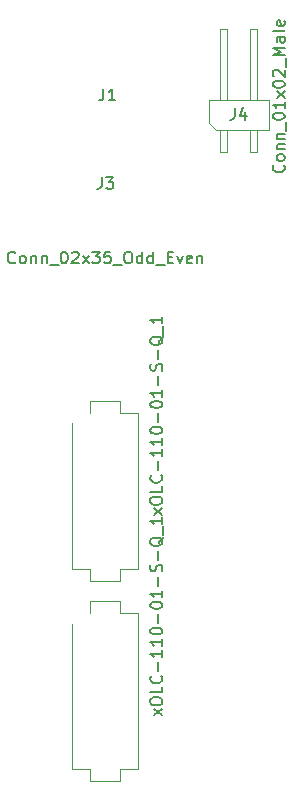
<source format=gbr>
%TF.GenerationSoftware,KiCad,Pcbnew,(7.0.0)*%
%TF.CreationDate,2024-01-30T15:23:45-05:00*%
%TF.ProjectId,eib-neuronexus-a64,6569622d-6e65-4757-926f-6e657875732d,B*%
%TF.SameCoordinates,Original*%
%TF.FileFunction,AssemblyDrawing,Top*%
%FSLAX46Y46*%
G04 Gerber Fmt 4.6, Leading zero omitted, Abs format (unit mm)*
G04 Created by KiCad (PCBNEW (7.0.0)) date 2024-01-30 15:23:45*
%MOMM*%
%LPD*%
G01*
G04 APERTURE LIST*
%ADD10C,0.150000*%
%ADD11C,0.100000*%
G04 APERTURE END LIST*
D10*
X136833300Y-69964511D02*
X136833300Y-70678797D01*
X136833300Y-70678797D02*
X136785681Y-70821654D01*
X136785681Y-70821654D02*
X136690443Y-70916892D01*
X136690443Y-70916892D02*
X136547586Y-70964511D01*
X136547586Y-70964511D02*
X136452348Y-70964511D01*
X137833300Y-70964511D02*
X137261872Y-70964511D01*
X137547586Y-70964511D02*
X137547586Y-69964511D01*
X137547586Y-69964511D02*
X137452348Y-70107369D01*
X137452348Y-70107369D02*
X137357110Y-70202607D01*
X137357110Y-70202607D02*
X137261872Y-70250226D01*
%TO.C,J4*%
X152082142Y-76448334D02*
X152129761Y-76495953D01*
X152129761Y-76495953D02*
X152177380Y-76638810D01*
X152177380Y-76638810D02*
X152177380Y-76734048D01*
X152177380Y-76734048D02*
X152129761Y-76876905D01*
X152129761Y-76876905D02*
X152034523Y-76972143D01*
X152034523Y-76972143D02*
X151939285Y-77019762D01*
X151939285Y-77019762D02*
X151748809Y-77067381D01*
X151748809Y-77067381D02*
X151605952Y-77067381D01*
X151605952Y-77067381D02*
X151415476Y-77019762D01*
X151415476Y-77019762D02*
X151320238Y-76972143D01*
X151320238Y-76972143D02*
X151225000Y-76876905D01*
X151225000Y-76876905D02*
X151177380Y-76734048D01*
X151177380Y-76734048D02*
X151177380Y-76638810D01*
X151177380Y-76638810D02*
X151225000Y-76495953D01*
X151225000Y-76495953D02*
X151272619Y-76448334D01*
X152177380Y-75876905D02*
X152129761Y-75972143D01*
X152129761Y-75972143D02*
X152082142Y-76019762D01*
X152082142Y-76019762D02*
X151986904Y-76067381D01*
X151986904Y-76067381D02*
X151701190Y-76067381D01*
X151701190Y-76067381D02*
X151605952Y-76019762D01*
X151605952Y-76019762D02*
X151558333Y-75972143D01*
X151558333Y-75972143D02*
X151510714Y-75876905D01*
X151510714Y-75876905D02*
X151510714Y-75734048D01*
X151510714Y-75734048D02*
X151558333Y-75638810D01*
X151558333Y-75638810D02*
X151605952Y-75591191D01*
X151605952Y-75591191D02*
X151701190Y-75543572D01*
X151701190Y-75543572D02*
X151986904Y-75543572D01*
X151986904Y-75543572D02*
X152082142Y-75591191D01*
X152082142Y-75591191D02*
X152129761Y-75638810D01*
X152129761Y-75638810D02*
X152177380Y-75734048D01*
X152177380Y-75734048D02*
X152177380Y-75876905D01*
X151510714Y-75115000D02*
X152177380Y-75115000D01*
X151605952Y-75115000D02*
X151558333Y-75067381D01*
X151558333Y-75067381D02*
X151510714Y-74972143D01*
X151510714Y-74972143D02*
X151510714Y-74829286D01*
X151510714Y-74829286D02*
X151558333Y-74734048D01*
X151558333Y-74734048D02*
X151653571Y-74686429D01*
X151653571Y-74686429D02*
X152177380Y-74686429D01*
X151510714Y-74210238D02*
X152177380Y-74210238D01*
X151605952Y-74210238D02*
X151558333Y-74162619D01*
X151558333Y-74162619D02*
X151510714Y-74067381D01*
X151510714Y-74067381D02*
X151510714Y-73924524D01*
X151510714Y-73924524D02*
X151558333Y-73829286D01*
X151558333Y-73829286D02*
X151653571Y-73781667D01*
X151653571Y-73781667D02*
X152177380Y-73781667D01*
X152272619Y-73543572D02*
X152272619Y-72781667D01*
X151177380Y-72353095D02*
X151177380Y-72257857D01*
X151177380Y-72257857D02*
X151225000Y-72162619D01*
X151225000Y-72162619D02*
X151272619Y-72115000D01*
X151272619Y-72115000D02*
X151367857Y-72067381D01*
X151367857Y-72067381D02*
X151558333Y-72019762D01*
X151558333Y-72019762D02*
X151796428Y-72019762D01*
X151796428Y-72019762D02*
X151986904Y-72067381D01*
X151986904Y-72067381D02*
X152082142Y-72115000D01*
X152082142Y-72115000D02*
X152129761Y-72162619D01*
X152129761Y-72162619D02*
X152177380Y-72257857D01*
X152177380Y-72257857D02*
X152177380Y-72353095D01*
X152177380Y-72353095D02*
X152129761Y-72448333D01*
X152129761Y-72448333D02*
X152082142Y-72495952D01*
X152082142Y-72495952D02*
X151986904Y-72543571D01*
X151986904Y-72543571D02*
X151796428Y-72591190D01*
X151796428Y-72591190D02*
X151558333Y-72591190D01*
X151558333Y-72591190D02*
X151367857Y-72543571D01*
X151367857Y-72543571D02*
X151272619Y-72495952D01*
X151272619Y-72495952D02*
X151225000Y-72448333D01*
X151225000Y-72448333D02*
X151177380Y-72353095D01*
X152177380Y-71067381D02*
X152177380Y-71638809D01*
X152177380Y-71353095D02*
X151177380Y-71353095D01*
X151177380Y-71353095D02*
X151320238Y-71448333D01*
X151320238Y-71448333D02*
X151415476Y-71543571D01*
X151415476Y-71543571D02*
X151463095Y-71638809D01*
X152177380Y-70734047D02*
X151510714Y-70210238D01*
X151510714Y-70734047D02*
X152177380Y-70210238D01*
X151177380Y-69638809D02*
X151177380Y-69543571D01*
X151177380Y-69543571D02*
X151225000Y-69448333D01*
X151225000Y-69448333D02*
X151272619Y-69400714D01*
X151272619Y-69400714D02*
X151367857Y-69353095D01*
X151367857Y-69353095D02*
X151558333Y-69305476D01*
X151558333Y-69305476D02*
X151796428Y-69305476D01*
X151796428Y-69305476D02*
X151986904Y-69353095D01*
X151986904Y-69353095D02*
X152082142Y-69400714D01*
X152082142Y-69400714D02*
X152129761Y-69448333D01*
X152129761Y-69448333D02*
X152177380Y-69543571D01*
X152177380Y-69543571D02*
X152177380Y-69638809D01*
X152177380Y-69638809D02*
X152129761Y-69734047D01*
X152129761Y-69734047D02*
X152082142Y-69781666D01*
X152082142Y-69781666D02*
X151986904Y-69829285D01*
X151986904Y-69829285D02*
X151796428Y-69876904D01*
X151796428Y-69876904D02*
X151558333Y-69876904D01*
X151558333Y-69876904D02*
X151367857Y-69829285D01*
X151367857Y-69829285D02*
X151272619Y-69781666D01*
X151272619Y-69781666D02*
X151225000Y-69734047D01*
X151225000Y-69734047D02*
X151177380Y-69638809D01*
X151272619Y-68924523D02*
X151225000Y-68876904D01*
X151225000Y-68876904D02*
X151177380Y-68781666D01*
X151177380Y-68781666D02*
X151177380Y-68543571D01*
X151177380Y-68543571D02*
X151225000Y-68448333D01*
X151225000Y-68448333D02*
X151272619Y-68400714D01*
X151272619Y-68400714D02*
X151367857Y-68353095D01*
X151367857Y-68353095D02*
X151463095Y-68353095D01*
X151463095Y-68353095D02*
X151605952Y-68400714D01*
X151605952Y-68400714D02*
X152177380Y-68972142D01*
X152177380Y-68972142D02*
X152177380Y-68353095D01*
X152272619Y-68162619D02*
X152272619Y-67400714D01*
X152177380Y-67162618D02*
X151177380Y-67162618D01*
X151177380Y-67162618D02*
X151891666Y-66829285D01*
X151891666Y-66829285D02*
X151177380Y-66495952D01*
X151177380Y-66495952D02*
X152177380Y-66495952D01*
X152177380Y-65591190D02*
X151653571Y-65591190D01*
X151653571Y-65591190D02*
X151558333Y-65638809D01*
X151558333Y-65638809D02*
X151510714Y-65734047D01*
X151510714Y-65734047D02*
X151510714Y-65924523D01*
X151510714Y-65924523D02*
X151558333Y-66019761D01*
X152129761Y-65591190D02*
X152177380Y-65686428D01*
X152177380Y-65686428D02*
X152177380Y-65924523D01*
X152177380Y-65924523D02*
X152129761Y-66019761D01*
X152129761Y-66019761D02*
X152034523Y-66067380D01*
X152034523Y-66067380D02*
X151939285Y-66067380D01*
X151939285Y-66067380D02*
X151844047Y-66019761D01*
X151844047Y-66019761D02*
X151796428Y-65924523D01*
X151796428Y-65924523D02*
X151796428Y-65686428D01*
X151796428Y-65686428D02*
X151748809Y-65591190D01*
X152177380Y-64972142D02*
X152129761Y-65067380D01*
X152129761Y-65067380D02*
X152034523Y-65114999D01*
X152034523Y-65114999D02*
X151177380Y-65114999D01*
X152129761Y-64210237D02*
X152177380Y-64305475D01*
X152177380Y-64305475D02*
X152177380Y-64495951D01*
X152177380Y-64495951D02*
X152129761Y-64591189D01*
X152129761Y-64591189D02*
X152034523Y-64638808D01*
X152034523Y-64638808D02*
X151653571Y-64638808D01*
X151653571Y-64638808D02*
X151558333Y-64591189D01*
X151558333Y-64591189D02*
X151510714Y-64495951D01*
X151510714Y-64495951D02*
X151510714Y-64305475D01*
X151510714Y-64305475D02*
X151558333Y-64210237D01*
X151558333Y-64210237D02*
X151653571Y-64162618D01*
X151653571Y-64162618D02*
X151748809Y-64162618D01*
X151748809Y-64162618D02*
X151844047Y-64638808D01*
X147936666Y-71597380D02*
X147936666Y-72311666D01*
X147936666Y-72311666D02*
X147889047Y-72454523D01*
X147889047Y-72454523D02*
X147793809Y-72549761D01*
X147793809Y-72549761D02*
X147650952Y-72597380D01*
X147650952Y-72597380D02*
X147555714Y-72597380D01*
X148841428Y-71930714D02*
X148841428Y-72597380D01*
X148603333Y-71549761D02*
X148365238Y-72264047D01*
X148365238Y-72264047D02*
X148984285Y-72264047D01*
%TO.C,J2*%
X141792380Y-106039761D02*
X141125714Y-105515952D01*
X141125714Y-106039761D02*
X141792380Y-105515952D01*
X140792380Y-104944523D02*
X140792380Y-104754047D01*
X140792380Y-104754047D02*
X140840000Y-104658809D01*
X140840000Y-104658809D02*
X140935238Y-104563571D01*
X140935238Y-104563571D02*
X141125714Y-104515952D01*
X141125714Y-104515952D02*
X141459047Y-104515952D01*
X141459047Y-104515952D02*
X141649523Y-104563571D01*
X141649523Y-104563571D02*
X141744761Y-104658809D01*
X141744761Y-104658809D02*
X141792380Y-104754047D01*
X141792380Y-104754047D02*
X141792380Y-104944523D01*
X141792380Y-104944523D02*
X141744761Y-105039761D01*
X141744761Y-105039761D02*
X141649523Y-105134999D01*
X141649523Y-105134999D02*
X141459047Y-105182618D01*
X141459047Y-105182618D02*
X141125714Y-105182618D01*
X141125714Y-105182618D02*
X140935238Y-105134999D01*
X140935238Y-105134999D02*
X140840000Y-105039761D01*
X140840000Y-105039761D02*
X140792380Y-104944523D01*
X141792380Y-103611190D02*
X141792380Y-104087380D01*
X141792380Y-104087380D02*
X140792380Y-104087380D01*
X141697142Y-102706428D02*
X141744761Y-102754047D01*
X141744761Y-102754047D02*
X141792380Y-102896904D01*
X141792380Y-102896904D02*
X141792380Y-102992142D01*
X141792380Y-102992142D02*
X141744761Y-103134999D01*
X141744761Y-103134999D02*
X141649523Y-103230237D01*
X141649523Y-103230237D02*
X141554285Y-103277856D01*
X141554285Y-103277856D02*
X141363809Y-103325475D01*
X141363809Y-103325475D02*
X141220952Y-103325475D01*
X141220952Y-103325475D02*
X141030476Y-103277856D01*
X141030476Y-103277856D02*
X140935238Y-103230237D01*
X140935238Y-103230237D02*
X140840000Y-103134999D01*
X140840000Y-103134999D02*
X140792380Y-102992142D01*
X140792380Y-102992142D02*
X140792380Y-102896904D01*
X140792380Y-102896904D02*
X140840000Y-102754047D01*
X140840000Y-102754047D02*
X140887619Y-102706428D01*
X141411428Y-102277856D02*
X141411428Y-101515952D01*
X141792380Y-100515952D02*
X141792380Y-101087380D01*
X141792380Y-100801666D02*
X140792380Y-100801666D01*
X140792380Y-100801666D02*
X140935238Y-100896904D01*
X140935238Y-100896904D02*
X141030476Y-100992142D01*
X141030476Y-100992142D02*
X141078095Y-101087380D01*
X141792380Y-99563571D02*
X141792380Y-100134999D01*
X141792380Y-99849285D02*
X140792380Y-99849285D01*
X140792380Y-99849285D02*
X140935238Y-99944523D01*
X140935238Y-99944523D02*
X141030476Y-100039761D01*
X141030476Y-100039761D02*
X141078095Y-100134999D01*
X140792380Y-98944523D02*
X140792380Y-98849285D01*
X140792380Y-98849285D02*
X140840000Y-98754047D01*
X140840000Y-98754047D02*
X140887619Y-98706428D01*
X140887619Y-98706428D02*
X140982857Y-98658809D01*
X140982857Y-98658809D02*
X141173333Y-98611190D01*
X141173333Y-98611190D02*
X141411428Y-98611190D01*
X141411428Y-98611190D02*
X141601904Y-98658809D01*
X141601904Y-98658809D02*
X141697142Y-98706428D01*
X141697142Y-98706428D02*
X141744761Y-98754047D01*
X141744761Y-98754047D02*
X141792380Y-98849285D01*
X141792380Y-98849285D02*
X141792380Y-98944523D01*
X141792380Y-98944523D02*
X141744761Y-99039761D01*
X141744761Y-99039761D02*
X141697142Y-99087380D01*
X141697142Y-99087380D02*
X141601904Y-99134999D01*
X141601904Y-99134999D02*
X141411428Y-99182618D01*
X141411428Y-99182618D02*
X141173333Y-99182618D01*
X141173333Y-99182618D02*
X140982857Y-99134999D01*
X140982857Y-99134999D02*
X140887619Y-99087380D01*
X140887619Y-99087380D02*
X140840000Y-99039761D01*
X140840000Y-99039761D02*
X140792380Y-98944523D01*
X141411428Y-98182618D02*
X141411428Y-97420714D01*
X140792380Y-96754047D02*
X140792380Y-96658809D01*
X140792380Y-96658809D02*
X140840000Y-96563571D01*
X140840000Y-96563571D02*
X140887619Y-96515952D01*
X140887619Y-96515952D02*
X140982857Y-96468333D01*
X140982857Y-96468333D02*
X141173333Y-96420714D01*
X141173333Y-96420714D02*
X141411428Y-96420714D01*
X141411428Y-96420714D02*
X141601904Y-96468333D01*
X141601904Y-96468333D02*
X141697142Y-96515952D01*
X141697142Y-96515952D02*
X141744761Y-96563571D01*
X141744761Y-96563571D02*
X141792380Y-96658809D01*
X141792380Y-96658809D02*
X141792380Y-96754047D01*
X141792380Y-96754047D02*
X141744761Y-96849285D01*
X141744761Y-96849285D02*
X141697142Y-96896904D01*
X141697142Y-96896904D02*
X141601904Y-96944523D01*
X141601904Y-96944523D02*
X141411428Y-96992142D01*
X141411428Y-96992142D02*
X141173333Y-96992142D01*
X141173333Y-96992142D02*
X140982857Y-96944523D01*
X140982857Y-96944523D02*
X140887619Y-96896904D01*
X140887619Y-96896904D02*
X140840000Y-96849285D01*
X140840000Y-96849285D02*
X140792380Y-96754047D01*
X141792380Y-95468333D02*
X141792380Y-96039761D01*
X141792380Y-95754047D02*
X140792380Y-95754047D01*
X140792380Y-95754047D02*
X140935238Y-95849285D01*
X140935238Y-95849285D02*
X141030476Y-95944523D01*
X141030476Y-95944523D02*
X141078095Y-96039761D01*
X141411428Y-95039761D02*
X141411428Y-94277857D01*
X141744761Y-93849285D02*
X141792380Y-93706428D01*
X141792380Y-93706428D02*
X141792380Y-93468333D01*
X141792380Y-93468333D02*
X141744761Y-93373095D01*
X141744761Y-93373095D02*
X141697142Y-93325476D01*
X141697142Y-93325476D02*
X141601904Y-93277857D01*
X141601904Y-93277857D02*
X141506666Y-93277857D01*
X141506666Y-93277857D02*
X141411428Y-93325476D01*
X141411428Y-93325476D02*
X141363809Y-93373095D01*
X141363809Y-93373095D02*
X141316190Y-93468333D01*
X141316190Y-93468333D02*
X141268571Y-93658809D01*
X141268571Y-93658809D02*
X141220952Y-93754047D01*
X141220952Y-93754047D02*
X141173333Y-93801666D01*
X141173333Y-93801666D02*
X141078095Y-93849285D01*
X141078095Y-93849285D02*
X140982857Y-93849285D01*
X140982857Y-93849285D02*
X140887619Y-93801666D01*
X140887619Y-93801666D02*
X140840000Y-93754047D01*
X140840000Y-93754047D02*
X140792380Y-93658809D01*
X140792380Y-93658809D02*
X140792380Y-93420714D01*
X140792380Y-93420714D02*
X140840000Y-93277857D01*
X141411428Y-92849285D02*
X141411428Y-92087381D01*
X141887619Y-90944524D02*
X141840000Y-91039762D01*
X141840000Y-91039762D02*
X141744761Y-91135000D01*
X141744761Y-91135000D02*
X141601904Y-91277857D01*
X141601904Y-91277857D02*
X141554285Y-91373095D01*
X141554285Y-91373095D02*
X141554285Y-91468333D01*
X141792380Y-91420714D02*
X141744761Y-91515952D01*
X141744761Y-91515952D02*
X141649523Y-91611190D01*
X141649523Y-91611190D02*
X141459047Y-91658809D01*
X141459047Y-91658809D02*
X141125714Y-91658809D01*
X141125714Y-91658809D02*
X140935238Y-91611190D01*
X140935238Y-91611190D02*
X140840000Y-91515952D01*
X140840000Y-91515952D02*
X140792380Y-91420714D01*
X140792380Y-91420714D02*
X140792380Y-91230238D01*
X140792380Y-91230238D02*
X140840000Y-91135000D01*
X140840000Y-91135000D02*
X140935238Y-91039762D01*
X140935238Y-91039762D02*
X141125714Y-90992143D01*
X141125714Y-90992143D02*
X141459047Y-90992143D01*
X141459047Y-90992143D02*
X141649523Y-91039762D01*
X141649523Y-91039762D02*
X141744761Y-91135000D01*
X141744761Y-91135000D02*
X141792380Y-91230238D01*
X141792380Y-91230238D02*
X141792380Y-91420714D01*
X141887619Y-90801667D02*
X141887619Y-90039762D01*
X141792380Y-89277857D02*
X141792380Y-89849285D01*
X141792380Y-89563571D02*
X140792380Y-89563571D01*
X140792380Y-89563571D02*
X140935238Y-89658809D01*
X140935238Y-89658809D02*
X141030476Y-89754047D01*
X141030476Y-89754047D02*
X141078095Y-89849285D01*
%TO.C,J1*%
X141792380Y-123039761D02*
X141125714Y-122515952D01*
X141125714Y-123039761D02*
X141792380Y-122515952D01*
X140792380Y-121944523D02*
X140792380Y-121754047D01*
X140792380Y-121754047D02*
X140840000Y-121658809D01*
X140840000Y-121658809D02*
X140935238Y-121563571D01*
X140935238Y-121563571D02*
X141125714Y-121515952D01*
X141125714Y-121515952D02*
X141459047Y-121515952D01*
X141459047Y-121515952D02*
X141649523Y-121563571D01*
X141649523Y-121563571D02*
X141744761Y-121658809D01*
X141744761Y-121658809D02*
X141792380Y-121754047D01*
X141792380Y-121754047D02*
X141792380Y-121944523D01*
X141792380Y-121944523D02*
X141744761Y-122039761D01*
X141744761Y-122039761D02*
X141649523Y-122134999D01*
X141649523Y-122134999D02*
X141459047Y-122182618D01*
X141459047Y-122182618D02*
X141125714Y-122182618D01*
X141125714Y-122182618D02*
X140935238Y-122134999D01*
X140935238Y-122134999D02*
X140840000Y-122039761D01*
X140840000Y-122039761D02*
X140792380Y-121944523D01*
X141792380Y-120611190D02*
X141792380Y-121087380D01*
X141792380Y-121087380D02*
X140792380Y-121087380D01*
X141697142Y-119706428D02*
X141744761Y-119754047D01*
X141744761Y-119754047D02*
X141792380Y-119896904D01*
X141792380Y-119896904D02*
X141792380Y-119992142D01*
X141792380Y-119992142D02*
X141744761Y-120134999D01*
X141744761Y-120134999D02*
X141649523Y-120230237D01*
X141649523Y-120230237D02*
X141554285Y-120277856D01*
X141554285Y-120277856D02*
X141363809Y-120325475D01*
X141363809Y-120325475D02*
X141220952Y-120325475D01*
X141220952Y-120325475D02*
X141030476Y-120277856D01*
X141030476Y-120277856D02*
X140935238Y-120230237D01*
X140935238Y-120230237D02*
X140840000Y-120134999D01*
X140840000Y-120134999D02*
X140792380Y-119992142D01*
X140792380Y-119992142D02*
X140792380Y-119896904D01*
X140792380Y-119896904D02*
X140840000Y-119754047D01*
X140840000Y-119754047D02*
X140887619Y-119706428D01*
X141411428Y-119277856D02*
X141411428Y-118515952D01*
X141792380Y-117515952D02*
X141792380Y-118087380D01*
X141792380Y-117801666D02*
X140792380Y-117801666D01*
X140792380Y-117801666D02*
X140935238Y-117896904D01*
X140935238Y-117896904D02*
X141030476Y-117992142D01*
X141030476Y-117992142D02*
X141078095Y-118087380D01*
X141792380Y-116563571D02*
X141792380Y-117134999D01*
X141792380Y-116849285D02*
X140792380Y-116849285D01*
X140792380Y-116849285D02*
X140935238Y-116944523D01*
X140935238Y-116944523D02*
X141030476Y-117039761D01*
X141030476Y-117039761D02*
X141078095Y-117134999D01*
X140792380Y-115944523D02*
X140792380Y-115849285D01*
X140792380Y-115849285D02*
X140840000Y-115754047D01*
X140840000Y-115754047D02*
X140887619Y-115706428D01*
X140887619Y-115706428D02*
X140982857Y-115658809D01*
X140982857Y-115658809D02*
X141173333Y-115611190D01*
X141173333Y-115611190D02*
X141411428Y-115611190D01*
X141411428Y-115611190D02*
X141601904Y-115658809D01*
X141601904Y-115658809D02*
X141697142Y-115706428D01*
X141697142Y-115706428D02*
X141744761Y-115754047D01*
X141744761Y-115754047D02*
X141792380Y-115849285D01*
X141792380Y-115849285D02*
X141792380Y-115944523D01*
X141792380Y-115944523D02*
X141744761Y-116039761D01*
X141744761Y-116039761D02*
X141697142Y-116087380D01*
X141697142Y-116087380D02*
X141601904Y-116134999D01*
X141601904Y-116134999D02*
X141411428Y-116182618D01*
X141411428Y-116182618D02*
X141173333Y-116182618D01*
X141173333Y-116182618D02*
X140982857Y-116134999D01*
X140982857Y-116134999D02*
X140887619Y-116087380D01*
X140887619Y-116087380D02*
X140840000Y-116039761D01*
X140840000Y-116039761D02*
X140792380Y-115944523D01*
X141411428Y-115182618D02*
X141411428Y-114420714D01*
X140792380Y-113754047D02*
X140792380Y-113658809D01*
X140792380Y-113658809D02*
X140840000Y-113563571D01*
X140840000Y-113563571D02*
X140887619Y-113515952D01*
X140887619Y-113515952D02*
X140982857Y-113468333D01*
X140982857Y-113468333D02*
X141173333Y-113420714D01*
X141173333Y-113420714D02*
X141411428Y-113420714D01*
X141411428Y-113420714D02*
X141601904Y-113468333D01*
X141601904Y-113468333D02*
X141697142Y-113515952D01*
X141697142Y-113515952D02*
X141744761Y-113563571D01*
X141744761Y-113563571D02*
X141792380Y-113658809D01*
X141792380Y-113658809D02*
X141792380Y-113754047D01*
X141792380Y-113754047D02*
X141744761Y-113849285D01*
X141744761Y-113849285D02*
X141697142Y-113896904D01*
X141697142Y-113896904D02*
X141601904Y-113944523D01*
X141601904Y-113944523D02*
X141411428Y-113992142D01*
X141411428Y-113992142D02*
X141173333Y-113992142D01*
X141173333Y-113992142D02*
X140982857Y-113944523D01*
X140982857Y-113944523D02*
X140887619Y-113896904D01*
X140887619Y-113896904D02*
X140840000Y-113849285D01*
X140840000Y-113849285D02*
X140792380Y-113754047D01*
X141792380Y-112468333D02*
X141792380Y-113039761D01*
X141792380Y-112754047D02*
X140792380Y-112754047D01*
X140792380Y-112754047D02*
X140935238Y-112849285D01*
X140935238Y-112849285D02*
X141030476Y-112944523D01*
X141030476Y-112944523D02*
X141078095Y-113039761D01*
X141411428Y-112039761D02*
X141411428Y-111277857D01*
X141744761Y-110849285D02*
X141792380Y-110706428D01*
X141792380Y-110706428D02*
X141792380Y-110468333D01*
X141792380Y-110468333D02*
X141744761Y-110373095D01*
X141744761Y-110373095D02*
X141697142Y-110325476D01*
X141697142Y-110325476D02*
X141601904Y-110277857D01*
X141601904Y-110277857D02*
X141506666Y-110277857D01*
X141506666Y-110277857D02*
X141411428Y-110325476D01*
X141411428Y-110325476D02*
X141363809Y-110373095D01*
X141363809Y-110373095D02*
X141316190Y-110468333D01*
X141316190Y-110468333D02*
X141268571Y-110658809D01*
X141268571Y-110658809D02*
X141220952Y-110754047D01*
X141220952Y-110754047D02*
X141173333Y-110801666D01*
X141173333Y-110801666D02*
X141078095Y-110849285D01*
X141078095Y-110849285D02*
X140982857Y-110849285D01*
X140982857Y-110849285D02*
X140887619Y-110801666D01*
X140887619Y-110801666D02*
X140840000Y-110754047D01*
X140840000Y-110754047D02*
X140792380Y-110658809D01*
X140792380Y-110658809D02*
X140792380Y-110420714D01*
X140792380Y-110420714D02*
X140840000Y-110277857D01*
X141411428Y-109849285D02*
X141411428Y-109087381D01*
X141887619Y-107944524D02*
X141840000Y-108039762D01*
X141840000Y-108039762D02*
X141744761Y-108135000D01*
X141744761Y-108135000D02*
X141601904Y-108277857D01*
X141601904Y-108277857D02*
X141554285Y-108373095D01*
X141554285Y-108373095D02*
X141554285Y-108468333D01*
X141792380Y-108420714D02*
X141744761Y-108515952D01*
X141744761Y-108515952D02*
X141649523Y-108611190D01*
X141649523Y-108611190D02*
X141459047Y-108658809D01*
X141459047Y-108658809D02*
X141125714Y-108658809D01*
X141125714Y-108658809D02*
X140935238Y-108611190D01*
X140935238Y-108611190D02*
X140840000Y-108515952D01*
X140840000Y-108515952D02*
X140792380Y-108420714D01*
X140792380Y-108420714D02*
X140792380Y-108230238D01*
X140792380Y-108230238D02*
X140840000Y-108135000D01*
X140840000Y-108135000D02*
X140935238Y-108039762D01*
X140935238Y-108039762D02*
X141125714Y-107992143D01*
X141125714Y-107992143D02*
X141459047Y-107992143D01*
X141459047Y-107992143D02*
X141649523Y-108039762D01*
X141649523Y-108039762D02*
X141744761Y-108135000D01*
X141744761Y-108135000D02*
X141792380Y-108230238D01*
X141792380Y-108230238D02*
X141792380Y-108420714D01*
X141887619Y-107801667D02*
X141887619Y-107039762D01*
X141792380Y-106277857D02*
X141792380Y-106849285D01*
X141792380Y-106563571D02*
X140792380Y-106563571D01*
X140792380Y-106563571D02*
X140935238Y-106658809D01*
X140935238Y-106658809D02*
X141030476Y-106754047D01*
X141030476Y-106754047D02*
X141078095Y-106849285D01*
%TO.C,J3*%
X129357141Y-84672142D02*
X129309522Y-84719761D01*
X129309522Y-84719761D02*
X129166665Y-84767380D01*
X129166665Y-84767380D02*
X129071427Y-84767380D01*
X129071427Y-84767380D02*
X128928570Y-84719761D01*
X128928570Y-84719761D02*
X128833332Y-84624523D01*
X128833332Y-84624523D02*
X128785713Y-84529285D01*
X128785713Y-84529285D02*
X128738094Y-84338809D01*
X128738094Y-84338809D02*
X128738094Y-84195952D01*
X128738094Y-84195952D02*
X128785713Y-84005476D01*
X128785713Y-84005476D02*
X128833332Y-83910238D01*
X128833332Y-83910238D02*
X128928570Y-83815000D01*
X128928570Y-83815000D02*
X129071427Y-83767380D01*
X129071427Y-83767380D02*
X129166665Y-83767380D01*
X129166665Y-83767380D02*
X129309522Y-83815000D01*
X129309522Y-83815000D02*
X129357141Y-83862619D01*
X129928570Y-84767380D02*
X129833332Y-84719761D01*
X129833332Y-84719761D02*
X129785713Y-84672142D01*
X129785713Y-84672142D02*
X129738094Y-84576904D01*
X129738094Y-84576904D02*
X129738094Y-84291190D01*
X129738094Y-84291190D02*
X129785713Y-84195952D01*
X129785713Y-84195952D02*
X129833332Y-84148333D01*
X129833332Y-84148333D02*
X129928570Y-84100714D01*
X129928570Y-84100714D02*
X130071427Y-84100714D01*
X130071427Y-84100714D02*
X130166665Y-84148333D01*
X130166665Y-84148333D02*
X130214284Y-84195952D01*
X130214284Y-84195952D02*
X130261903Y-84291190D01*
X130261903Y-84291190D02*
X130261903Y-84576904D01*
X130261903Y-84576904D02*
X130214284Y-84672142D01*
X130214284Y-84672142D02*
X130166665Y-84719761D01*
X130166665Y-84719761D02*
X130071427Y-84767380D01*
X130071427Y-84767380D02*
X129928570Y-84767380D01*
X130690475Y-84100714D02*
X130690475Y-84767380D01*
X130690475Y-84195952D02*
X130738094Y-84148333D01*
X130738094Y-84148333D02*
X130833332Y-84100714D01*
X130833332Y-84100714D02*
X130976189Y-84100714D01*
X130976189Y-84100714D02*
X131071427Y-84148333D01*
X131071427Y-84148333D02*
X131119046Y-84243571D01*
X131119046Y-84243571D02*
X131119046Y-84767380D01*
X131595237Y-84100714D02*
X131595237Y-84767380D01*
X131595237Y-84195952D02*
X131642856Y-84148333D01*
X131642856Y-84148333D02*
X131738094Y-84100714D01*
X131738094Y-84100714D02*
X131880951Y-84100714D01*
X131880951Y-84100714D02*
X131976189Y-84148333D01*
X131976189Y-84148333D02*
X132023808Y-84243571D01*
X132023808Y-84243571D02*
X132023808Y-84767380D01*
X132261904Y-84862619D02*
X133023808Y-84862619D01*
X133452380Y-83767380D02*
X133547618Y-83767380D01*
X133547618Y-83767380D02*
X133642856Y-83815000D01*
X133642856Y-83815000D02*
X133690475Y-83862619D01*
X133690475Y-83862619D02*
X133738094Y-83957857D01*
X133738094Y-83957857D02*
X133785713Y-84148333D01*
X133785713Y-84148333D02*
X133785713Y-84386428D01*
X133785713Y-84386428D02*
X133738094Y-84576904D01*
X133738094Y-84576904D02*
X133690475Y-84672142D01*
X133690475Y-84672142D02*
X133642856Y-84719761D01*
X133642856Y-84719761D02*
X133547618Y-84767380D01*
X133547618Y-84767380D02*
X133452380Y-84767380D01*
X133452380Y-84767380D02*
X133357142Y-84719761D01*
X133357142Y-84719761D02*
X133309523Y-84672142D01*
X133309523Y-84672142D02*
X133261904Y-84576904D01*
X133261904Y-84576904D02*
X133214285Y-84386428D01*
X133214285Y-84386428D02*
X133214285Y-84148333D01*
X133214285Y-84148333D02*
X133261904Y-83957857D01*
X133261904Y-83957857D02*
X133309523Y-83862619D01*
X133309523Y-83862619D02*
X133357142Y-83815000D01*
X133357142Y-83815000D02*
X133452380Y-83767380D01*
X134166666Y-83862619D02*
X134214285Y-83815000D01*
X134214285Y-83815000D02*
X134309523Y-83767380D01*
X134309523Y-83767380D02*
X134547618Y-83767380D01*
X134547618Y-83767380D02*
X134642856Y-83815000D01*
X134642856Y-83815000D02*
X134690475Y-83862619D01*
X134690475Y-83862619D02*
X134738094Y-83957857D01*
X134738094Y-83957857D02*
X134738094Y-84053095D01*
X134738094Y-84053095D02*
X134690475Y-84195952D01*
X134690475Y-84195952D02*
X134119047Y-84767380D01*
X134119047Y-84767380D02*
X134738094Y-84767380D01*
X135071428Y-84767380D02*
X135595237Y-84100714D01*
X135071428Y-84100714D02*
X135595237Y-84767380D01*
X135880952Y-83767380D02*
X136499999Y-83767380D01*
X136499999Y-83767380D02*
X136166666Y-84148333D01*
X136166666Y-84148333D02*
X136309523Y-84148333D01*
X136309523Y-84148333D02*
X136404761Y-84195952D01*
X136404761Y-84195952D02*
X136452380Y-84243571D01*
X136452380Y-84243571D02*
X136499999Y-84338809D01*
X136499999Y-84338809D02*
X136499999Y-84576904D01*
X136499999Y-84576904D02*
X136452380Y-84672142D01*
X136452380Y-84672142D02*
X136404761Y-84719761D01*
X136404761Y-84719761D02*
X136309523Y-84767380D01*
X136309523Y-84767380D02*
X136023809Y-84767380D01*
X136023809Y-84767380D02*
X135928571Y-84719761D01*
X135928571Y-84719761D02*
X135880952Y-84672142D01*
X137404761Y-83767380D02*
X136928571Y-83767380D01*
X136928571Y-83767380D02*
X136880952Y-84243571D01*
X136880952Y-84243571D02*
X136928571Y-84195952D01*
X136928571Y-84195952D02*
X137023809Y-84148333D01*
X137023809Y-84148333D02*
X137261904Y-84148333D01*
X137261904Y-84148333D02*
X137357142Y-84195952D01*
X137357142Y-84195952D02*
X137404761Y-84243571D01*
X137404761Y-84243571D02*
X137452380Y-84338809D01*
X137452380Y-84338809D02*
X137452380Y-84576904D01*
X137452380Y-84576904D02*
X137404761Y-84672142D01*
X137404761Y-84672142D02*
X137357142Y-84719761D01*
X137357142Y-84719761D02*
X137261904Y-84767380D01*
X137261904Y-84767380D02*
X137023809Y-84767380D01*
X137023809Y-84767380D02*
X136928571Y-84719761D01*
X136928571Y-84719761D02*
X136880952Y-84672142D01*
X137642857Y-84862619D02*
X138404761Y-84862619D01*
X138833333Y-83767380D02*
X139023809Y-83767380D01*
X139023809Y-83767380D02*
X139119047Y-83815000D01*
X139119047Y-83815000D02*
X139214285Y-83910238D01*
X139214285Y-83910238D02*
X139261904Y-84100714D01*
X139261904Y-84100714D02*
X139261904Y-84434047D01*
X139261904Y-84434047D02*
X139214285Y-84624523D01*
X139214285Y-84624523D02*
X139119047Y-84719761D01*
X139119047Y-84719761D02*
X139023809Y-84767380D01*
X139023809Y-84767380D02*
X138833333Y-84767380D01*
X138833333Y-84767380D02*
X138738095Y-84719761D01*
X138738095Y-84719761D02*
X138642857Y-84624523D01*
X138642857Y-84624523D02*
X138595238Y-84434047D01*
X138595238Y-84434047D02*
X138595238Y-84100714D01*
X138595238Y-84100714D02*
X138642857Y-83910238D01*
X138642857Y-83910238D02*
X138738095Y-83815000D01*
X138738095Y-83815000D02*
X138833333Y-83767380D01*
X140119047Y-84767380D02*
X140119047Y-83767380D01*
X140119047Y-84719761D02*
X140023809Y-84767380D01*
X140023809Y-84767380D02*
X139833333Y-84767380D01*
X139833333Y-84767380D02*
X139738095Y-84719761D01*
X139738095Y-84719761D02*
X139690476Y-84672142D01*
X139690476Y-84672142D02*
X139642857Y-84576904D01*
X139642857Y-84576904D02*
X139642857Y-84291190D01*
X139642857Y-84291190D02*
X139690476Y-84195952D01*
X139690476Y-84195952D02*
X139738095Y-84148333D01*
X139738095Y-84148333D02*
X139833333Y-84100714D01*
X139833333Y-84100714D02*
X140023809Y-84100714D01*
X140023809Y-84100714D02*
X140119047Y-84148333D01*
X141023809Y-84767380D02*
X141023809Y-83767380D01*
X141023809Y-84719761D02*
X140928571Y-84767380D01*
X140928571Y-84767380D02*
X140738095Y-84767380D01*
X140738095Y-84767380D02*
X140642857Y-84719761D01*
X140642857Y-84719761D02*
X140595238Y-84672142D01*
X140595238Y-84672142D02*
X140547619Y-84576904D01*
X140547619Y-84576904D02*
X140547619Y-84291190D01*
X140547619Y-84291190D02*
X140595238Y-84195952D01*
X140595238Y-84195952D02*
X140642857Y-84148333D01*
X140642857Y-84148333D02*
X140738095Y-84100714D01*
X140738095Y-84100714D02*
X140928571Y-84100714D01*
X140928571Y-84100714D02*
X141023809Y-84148333D01*
X141261905Y-84862619D02*
X142023809Y-84862619D01*
X142261905Y-84243571D02*
X142595238Y-84243571D01*
X142738095Y-84767380D02*
X142261905Y-84767380D01*
X142261905Y-84767380D02*
X142261905Y-83767380D01*
X142261905Y-83767380D02*
X142738095Y-83767380D01*
X143071429Y-84100714D02*
X143309524Y-84767380D01*
X143309524Y-84767380D02*
X143547619Y-84100714D01*
X144309524Y-84719761D02*
X144214286Y-84767380D01*
X144214286Y-84767380D02*
X144023810Y-84767380D01*
X144023810Y-84767380D02*
X143928572Y-84719761D01*
X143928572Y-84719761D02*
X143880953Y-84624523D01*
X143880953Y-84624523D02*
X143880953Y-84243571D01*
X143880953Y-84243571D02*
X143928572Y-84148333D01*
X143928572Y-84148333D02*
X144023810Y-84100714D01*
X144023810Y-84100714D02*
X144214286Y-84100714D01*
X144214286Y-84100714D02*
X144309524Y-84148333D01*
X144309524Y-84148333D02*
X144357143Y-84243571D01*
X144357143Y-84243571D02*
X144357143Y-84338809D01*
X144357143Y-84338809D02*
X143880953Y-84434047D01*
X144785715Y-84100714D02*
X144785715Y-84767380D01*
X144785715Y-84195952D02*
X144833334Y-84148333D01*
X144833334Y-84148333D02*
X144928572Y-84100714D01*
X144928572Y-84100714D02*
X145071429Y-84100714D01*
X145071429Y-84100714D02*
X145166667Y-84148333D01*
X145166667Y-84148333D02*
X145214286Y-84243571D01*
X145214286Y-84243571D02*
X145214286Y-84767380D01*
X136666666Y-77467380D02*
X136666666Y-78181666D01*
X136666666Y-78181666D02*
X136619047Y-78324523D01*
X136619047Y-78324523D02*
X136523809Y-78419761D01*
X136523809Y-78419761D02*
X136380952Y-78467380D01*
X136380952Y-78467380D02*
X136285714Y-78467380D01*
X137047619Y-77467380D02*
X137666666Y-77467380D01*
X137666666Y-77467380D02*
X137333333Y-77848333D01*
X137333333Y-77848333D02*
X137476190Y-77848333D01*
X137476190Y-77848333D02*
X137571428Y-77895952D01*
X137571428Y-77895952D02*
X137619047Y-77943571D01*
X137619047Y-77943571D02*
X137666666Y-78038809D01*
X137666666Y-78038809D02*
X137666666Y-78276904D01*
X137666666Y-78276904D02*
X137619047Y-78372142D01*
X137619047Y-78372142D02*
X137571428Y-78419761D01*
X137571428Y-78419761D02*
X137476190Y-78467380D01*
X137476190Y-78467380D02*
X137190476Y-78467380D01*
X137190476Y-78467380D02*
X137095238Y-78419761D01*
X137095238Y-78419761D02*
X137047619Y-78372142D01*
D11*
%TO.C,J4*%
X145730000Y-72865000D02*
X145730000Y-70960000D01*
X145730000Y-70960000D02*
X150810000Y-70960000D01*
X150810000Y-73500000D02*
X146365000Y-73500000D01*
X149220000Y-75320000D02*
X149220000Y-73500000D01*
X146680000Y-70960000D02*
X146680000Y-64960000D01*
X146365000Y-73500000D02*
X145730000Y-72865000D01*
X149220000Y-70960000D02*
X149220000Y-64960000D01*
X146680000Y-75320000D02*
X147320000Y-75320000D01*
X146680000Y-64960000D02*
X147320000Y-64960000D01*
X150810000Y-70960000D02*
X150810000Y-73500000D01*
X146680000Y-75320000D02*
X146680000Y-73500000D01*
X149860000Y-75320000D02*
X149860000Y-73500000D01*
X147320000Y-70960000D02*
X147320000Y-64960000D01*
X149220000Y-64960000D02*
X149860000Y-64960000D01*
X149220000Y-75320000D02*
X149860000Y-75320000D01*
X149860000Y-70960000D02*
X149860000Y-64960000D01*
X147320000Y-75320000D02*
X147320000Y-73500000D01*
%TO.C,J2*%
X134205000Y-110605000D02*
X134205000Y-98300000D01*
X138270000Y-97395000D02*
X138270000Y-96380000D01*
X135730000Y-110605000D02*
X135730000Y-111620000D01*
X135730000Y-110605000D02*
X134205000Y-110605000D01*
X139795000Y-110605000D02*
X138270000Y-110605000D01*
X138270000Y-96380000D02*
X135730000Y-96380000D01*
X139795000Y-97395000D02*
X138270000Y-97395000D01*
X138270000Y-111620000D02*
X135730000Y-111620000D01*
X138270000Y-110605000D02*
X138270000Y-111620000D01*
X139795000Y-97395000D02*
X139795000Y-110605000D01*
X135730000Y-97395000D02*
X135730000Y-96380000D01*
%TO.C,J1*%
X135730000Y-127605000D02*
X135730000Y-128620000D01*
X139795000Y-127605000D02*
X138270000Y-127605000D01*
X138270000Y-127605000D02*
X138270000Y-128620000D01*
X134205000Y-127605000D02*
X134205000Y-115300000D01*
X138270000Y-114395000D02*
X138270000Y-113380000D01*
X139795000Y-114395000D02*
X139795000Y-127605000D01*
X135730000Y-114395000D02*
X135730000Y-113380000D01*
X139795000Y-114395000D02*
X138270000Y-114395000D01*
X138270000Y-128620000D02*
X135730000Y-128620000D01*
X138270000Y-113380000D02*
X135730000Y-113380000D01*
X135730000Y-127605000D02*
X134205000Y-127605000D01*
%TD*%
M02*

</source>
